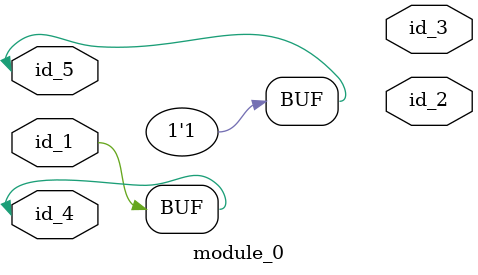
<source format=v>
module module_0 (
    id_1,
    id_2,
    id_3,
    id_4,
    id_5
);
  inout id_5;
  inout id_4;
  output id_3;
  output id_2;
  inout id_1;
  assign id_5 = 1;
  assign id_4 = id_1;
endmodule

</source>
